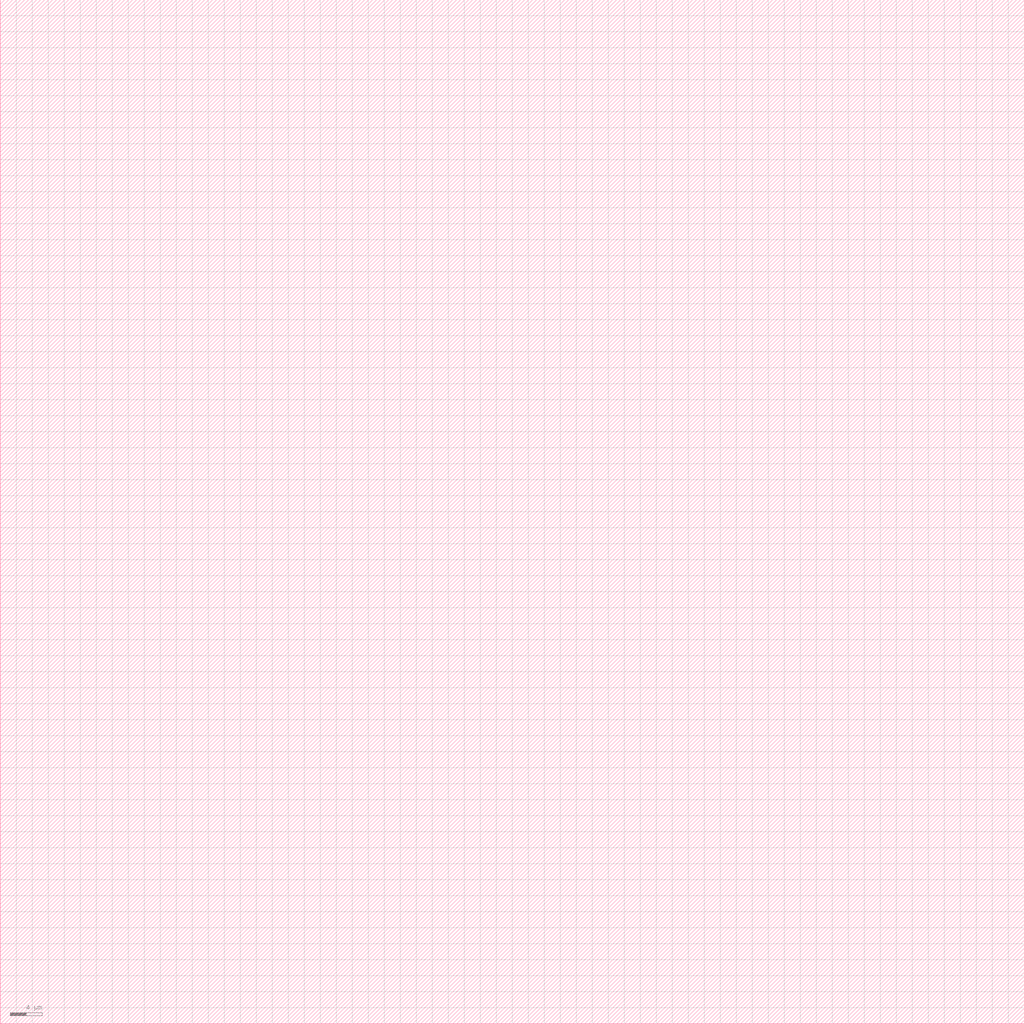
<source format=lef>
# LEF file generated for my_logo
VERSION 5.8 ;
NAMESCASESENSITIVE ON ;
DIVIDERCHAR "/" ;
BUSBITCHARS "[]" ;
UNITS
   DATABASE MICRONS 1000 ;
END UNITS

MACRO my_logo
   CLASS BLOCK ;
   FOREIGN my_logo 0 0 ;
   SIZE 128.000 BY 128.000 ;
   SYMMETRY X Y ;
END my_logo

</source>
